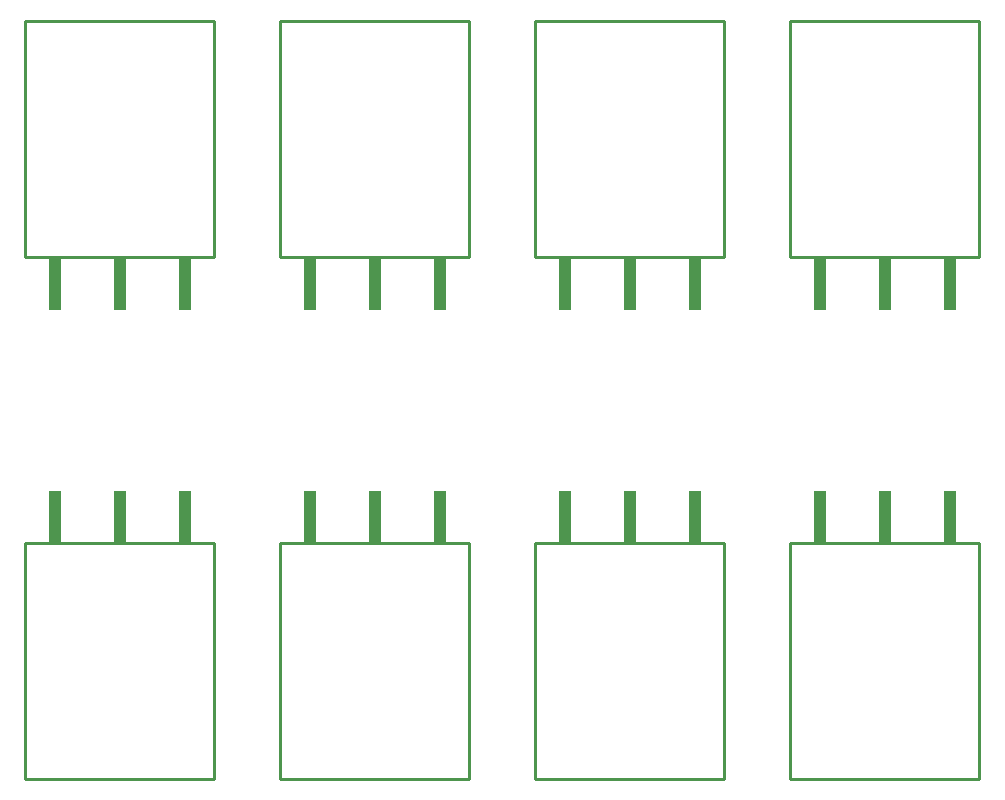
<source format=gbr>
G04 EAGLE Gerber RS-274X export*
G75*
%MOMM*%
%FSLAX34Y34*%
%LPD*%
%INSilkscreen Bottom*%
%IPPOS*%
%AMOC8*
5,1,8,0,0,1.08239X$1,22.5*%
G01*
%ADD10R,1.000000X4.500000*%
%ADD11C,0.254000*%


D10*
X802250Y441600D03*
X857250Y441600D03*
X912250Y441600D03*
D11*
X857250Y464100D02*
X777250Y464100D01*
X777250Y664100D01*
X782250Y664100D01*
X937250Y664100D01*
X937250Y464100D01*
X857250Y464100D01*
D10*
X586350Y441600D03*
X641350Y441600D03*
X696350Y441600D03*
D11*
X641350Y464100D02*
X561350Y464100D01*
X561350Y664100D01*
X566350Y664100D01*
X721350Y664100D01*
X721350Y464100D01*
X641350Y464100D01*
D10*
X370450Y441600D03*
X425450Y441600D03*
X480450Y441600D03*
D11*
X425450Y464100D02*
X345450Y464100D01*
X345450Y664100D01*
X350450Y664100D01*
X505450Y664100D01*
X505450Y464100D01*
X425450Y464100D01*
D10*
X154550Y441600D03*
X209550Y441600D03*
X264550Y441600D03*
D11*
X209550Y464100D02*
X129550Y464100D01*
X129550Y664100D01*
X134550Y664100D01*
X289550Y664100D01*
X289550Y464100D01*
X209550Y464100D01*
D10*
X912250Y244200D03*
X857250Y244200D03*
X802250Y244200D03*
D11*
X857250Y221700D02*
X937250Y221700D01*
X937250Y21700D01*
X932250Y21700D01*
X777250Y21700D01*
X777250Y221700D01*
X857250Y221700D01*
D10*
X696350Y244200D03*
X641350Y244200D03*
X586350Y244200D03*
D11*
X641350Y221700D02*
X721350Y221700D01*
X721350Y21700D01*
X716350Y21700D01*
X561350Y21700D01*
X561350Y221700D01*
X641350Y221700D01*
D10*
X480450Y244200D03*
X425450Y244200D03*
X370450Y244200D03*
D11*
X425450Y221700D02*
X505450Y221700D01*
X505450Y21700D01*
X500450Y21700D01*
X345450Y21700D01*
X345450Y221700D01*
X425450Y221700D01*
D10*
X264550Y244200D03*
X209550Y244200D03*
X154550Y244200D03*
D11*
X209550Y221700D02*
X289550Y221700D01*
X289550Y21700D01*
X284550Y21700D01*
X129550Y21700D01*
X129550Y221700D01*
X209550Y221700D01*
M02*

</source>
